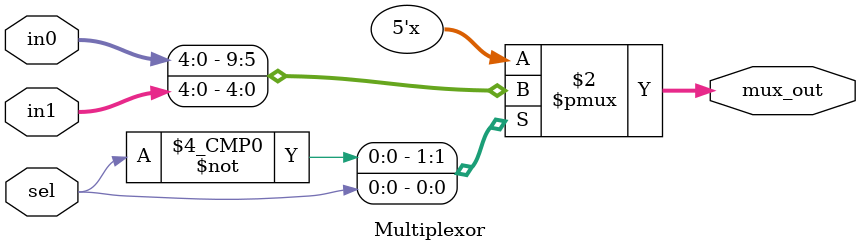
<source format=v>
module Multiplexor #(
    parameter n = 5
)(
    input  [n-1:0] in0,
    input  [n-1:0] in1,
    input          sel,
    output reg [n-1:0] mux_out
);

always @(*) begin
    case (sel)
        1'b0: mux_out = in0;
        1'b1: mux_out = in1;
    endcase
end

endmodule
</source>
